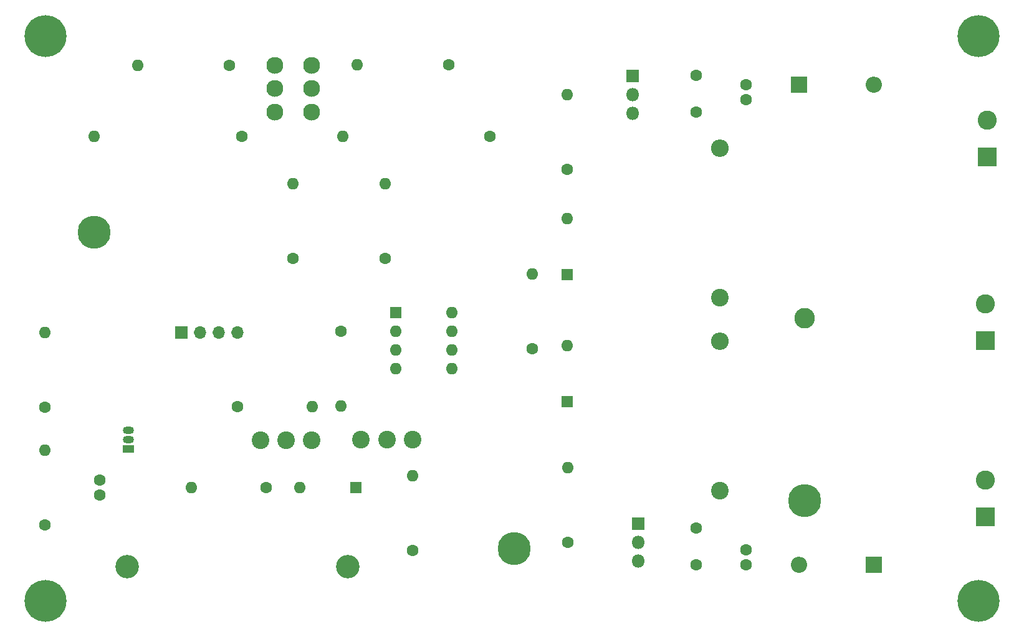
<source format=gbr>
%TF.GenerationSoftware,KiCad,Pcbnew,(7.0.0)*%
%TF.CreationDate,2023-03-06T20:11:15+02:00*%
%TF.ProjectId,Oscilator,4f736369-6c61-4746-9f72-2e6b69636164,rev?*%
%TF.SameCoordinates,Original*%
%TF.FileFunction,Soldermask,Top*%
%TF.FilePolarity,Negative*%
%FSLAX46Y46*%
G04 Gerber Fmt 4.6, Leading zero omitted, Abs format (unit mm)*
G04 Created by KiCad (PCBNEW (7.0.0)) date 2023-03-06 20:11:15*
%MOMM*%
%LPD*%
G01*
G04 APERTURE LIST*
%ADD10C,1.600000*%
%ADD11O,1.600000X1.600000*%
%ADD12C,4.500000*%
%ADD13C,2.800000*%
%ADD14C,2.300000*%
%ADD15C,2.400000*%
%ADD16R,2.600000X2.600000*%
%ADD17C,2.600000*%
%ADD18O,2.400000X2.400000*%
%ADD19C,3.600000*%
%ADD20C,5.700000*%
%ADD21R,2.200000X2.200000*%
%ADD22O,2.200000X2.200000*%
%ADD23R,1.800000X1.800000*%
%ADD24O,1.800000X1.800000*%
%ADD25R,1.600000X1.600000*%
%ADD26C,3.200000*%
%ADD27R,1.500000X1.050000*%
%ADD28O,1.500000X1.050000*%
%ADD29R,1.700000X1.700000*%
%ADD30O,1.700000X1.700000*%
G04 APERTURE END LIST*
D10*
%TO.C,Cr3*%
X88250000Y-69750000D03*
D11*
X68249999Y-69749999D03*
%TD*%
D10*
%TO.C,Cr1*%
X122000000Y-69750000D03*
D11*
X101999999Y-69749999D03*
%TD*%
D10*
%TO.C,Cr2*%
X116409282Y-60042114D03*
D11*
X103909281Y-60042113D03*
%TD*%
D10*
%TO.C,Cr4*%
X86636084Y-60050067D03*
D11*
X74136083Y-60050066D03*
%TD*%
D12*
%TO.C,TP4*%
X68250000Y-82750000D03*
%TD*%
%TO.C,TP3*%
X125250000Y-125750000D03*
%TD*%
%TO.C,TP2*%
X164750000Y-119250000D03*
%TD*%
D13*
%TO.C,TP1*%
X164750000Y-94500000D03*
%TD*%
D14*
%TO.C,SW1*%
X97750000Y-60050000D03*
X97750000Y-63250000D03*
X97750000Y-66450000D03*
X92750000Y-60050000D03*
X92750000Y-63250000D03*
X92750000Y-66450000D03*
%TD*%
D15*
%TO.C,P2*%
X111500000Y-111000000D03*
X108000000Y-111000000D03*
X104500000Y-111000000D03*
%TD*%
%TO.C,P1*%
X90788344Y-111085720D03*
X94288344Y-111085720D03*
X97788344Y-111085720D03*
%TD*%
D10*
%TO.C,R10*%
X61500000Y-122580000D03*
D11*
X61499999Y-112419999D03*
%TD*%
D16*
%TO.C,J3*%
X189304999Y-97499999D03*
D17*
X189305000Y-92500000D03*
%TD*%
D10*
%TO.C,C1*%
X69000000Y-116500000D03*
X69000000Y-118500000D03*
%TD*%
%TO.C,C4*%
X156750000Y-126000000D03*
X156750000Y-128000000D03*
%TD*%
D15*
%TO.C,R8*%
X153250000Y-91660000D03*
D18*
X153249999Y-71339999D03*
%TD*%
D19*
%TO.C,H2*%
X188400000Y-56100000D03*
D20*
X188400000Y-56100000D03*
%TD*%
D21*
%TO.C,D3*%
X163999999Y-62749999D03*
D22*
X174159999Y-62749999D03*
%TD*%
D15*
%TO.C,R9*%
X153250000Y-117910000D03*
D18*
X153249999Y-97589999D03*
%TD*%
D23*
%TO.C,Q2*%
X142124999Y-122419999D03*
D24*
X142124999Y-124959999D03*
X142124999Y-127499999D03*
%TD*%
D10*
%TO.C,R7*%
X132499604Y-74200184D03*
D11*
X132499603Y-64040183D03*
%TD*%
D10*
%TO.C,R3*%
X87657722Y-106474740D03*
D11*
X97817721Y-106474739D03*
%TD*%
D25*
%TO.C,D5*%
X132499999Y-105809999D03*
D11*
X132499999Y-98189999D03*
%TD*%
D10*
%TO.C,C2*%
X150000000Y-61470609D03*
X150000000Y-66470609D03*
%TD*%
%TO.C,Rr3*%
X95250000Y-86330000D03*
D11*
X95249999Y-76169999D03*
%TD*%
D10*
%TO.C,C5*%
X150000000Y-128000000D03*
X150000000Y-123000000D03*
%TD*%
D25*
%TO.C,D4*%
X132499999Y-88559999D03*
D11*
X132499999Y-80939999D03*
%TD*%
D19*
%TO.C,H4*%
X188400000Y-132900000D03*
D20*
X188400000Y-132900000D03*
%TD*%
D10*
%TO.C,Rr1*%
X101765084Y-96247824D03*
D11*
X101765083Y-106407823D03*
%TD*%
D19*
%TO.C,H1*%
X61600000Y-132900000D03*
D20*
X61600000Y-132900000D03*
%TD*%
D26*
%TO.C,H5*%
X72720000Y-128250000D03*
%TD*%
%TO.C,H6*%
X102720000Y-128250000D03*
%TD*%
D27*
%TO.C,Q3*%
X72859999Y-112269999D03*
D28*
X72859999Y-110999999D03*
X72859999Y-109729999D03*
%TD*%
D16*
%TO.C,J4*%
X189304999Y-121499999D03*
D17*
X189305000Y-116500000D03*
%TD*%
D10*
%TO.C,R6*%
X132533442Y-124943720D03*
D11*
X132533441Y-114783719D03*
%TD*%
D25*
%TO.C,U1*%
X109199999Y-93699999D03*
D11*
X109199999Y-96239999D03*
X109199999Y-98779999D03*
X109199999Y-101319999D03*
X116819999Y-101319999D03*
X116819999Y-98779999D03*
X116819999Y-96239999D03*
X116819999Y-93699999D03*
%TD*%
%TO.C,R5*%
X127749999Y-88419999D03*
D10*
X127750000Y-98580000D03*
%TD*%
D29*
%TO.C,J1*%
X80100483Y-96416897D03*
D30*
X82640483Y-96416897D03*
X85180483Y-96416897D03*
X87720483Y-96416897D03*
%TD*%
D10*
%TO.C,R2*%
X91580000Y-117500000D03*
D11*
X81419999Y-117499999D03*
%TD*%
D10*
%TO.C,Rr2*%
X107750000Y-86330000D03*
D11*
X107749999Y-76169999D03*
%TD*%
D16*
%TO.C,J2*%
X189554999Y-72499999D03*
D17*
X189555000Y-67500000D03*
%TD*%
D10*
%TO.C,C3*%
X156750000Y-64750000D03*
X156750000Y-62750000D03*
%TD*%
D25*
%TO.C,D1*%
X103809999Y-117499999D03*
D11*
X96189999Y-117499999D03*
%TD*%
D21*
%TO.C,D2*%
X174159999Y-127999999D03*
D22*
X163999999Y-127999999D03*
%TD*%
D10*
%TO.C,R1*%
X61500000Y-106580000D03*
D11*
X61499999Y-96419999D03*
%TD*%
D23*
%TO.C,Q1*%
X141374999Y-61499999D03*
D24*
X141374999Y-64039999D03*
X141374999Y-66579999D03*
%TD*%
D19*
%TO.C,H3*%
X61600000Y-56100000D03*
D20*
X61600000Y-56100000D03*
%TD*%
D10*
%TO.C,R4*%
X111500000Y-126080000D03*
D11*
X111499999Y-115919999D03*
%TD*%
M02*

</source>
